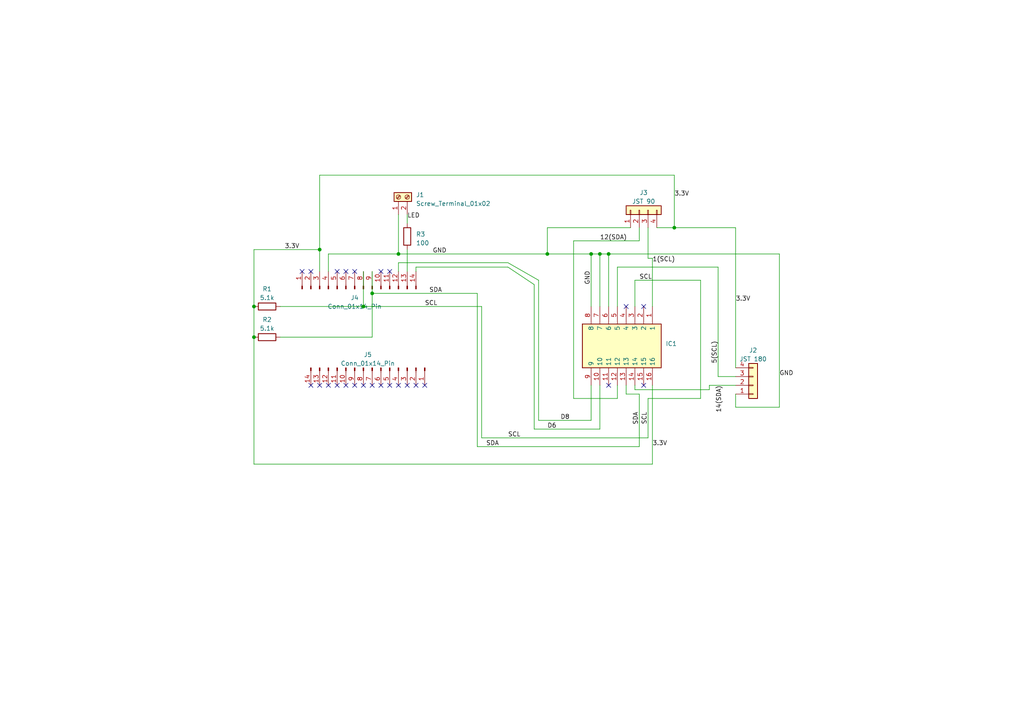
<source format=kicad_sch>
(kicad_sch (version 20230121) (generator eeschema)
  (paper "A4")
  (title_block (title "Turbidity Sensor PCB") (date "2024-02-14") (rev "13") (company "AU/AUD"))
  (lib_symbols
    (symbol "Conn_01x14_Pin_1" (pin_names (offset 1.016) hide)
      (property "Reference" "J2" (at -2.54 0 90))
      (property "Value" "Conn_01x14_Pin" (at -5.08 0 90))
      (symbol "Conn_01x14_Pin_1_1_1"
        (polyline (pts (xy 1.27 -17.78) (xy 0.8636 -17.78)) (stroke (width 0.1524)))
        (polyline (pts (xy 1.27 -15.24) (xy 0.8636 -15.24)) (stroke (width 0.1524)))
        (polyline (pts (xy 1.27 -12.7) (xy 0.8636 -12.7)) (stroke (width 0.1524)))
        (polyline (pts (xy 1.27 -10.16) (xy 0.8636 -10.16)) (stroke (width 0.1524)))
        (polyline (pts (xy 1.27 -7.62) (xy 0.8636 -7.62)) (stroke (width 0.1524)))
        (polyline (pts (xy 1.27 -5.08) (xy 0.8636 -5.08)) (stroke (width 0.1524)))
        (polyline (pts (xy 1.27 -2.54) (xy 0.8636 -2.54)) (stroke (width 0.1524)))
        (polyline (pts (xy 1.27 0) (xy 0.8636 0)) (stroke (width 0.1524)))
        (polyline (pts (xy 1.27 2.54) (xy 0.8636 2.54)) (stroke (width 0.1524)))
        (polyline (pts (xy 1.27 5.08) (xy 0.8636 5.08)) (stroke (width 0.1524)))
        (polyline (pts (xy 1.27 7.62) (xy 0.8636 7.62)) (stroke (width 0.1524)))
        (polyline (pts (xy 1.27 10.16) (xy 0.8636 10.16)) (stroke (width 0.1524)))
        (polyline (pts (xy 1.27 12.7) (xy 0.8636 12.7)) (stroke (width 0.1524)))
        (polyline (pts (xy 1.27 15.24) (xy 0.8636 15.24)) (stroke (width 0.1524)))
        (rectangle (start 0.8636 -17.653) (end 0 -17.907) (stroke (width 0.1524)) (fill (type outline)))
        (rectangle (start 0.8636 -15.113) (end 0 -15.367) (stroke (width 0.1524)) (fill (type outline)))
        (rectangle (start 0.8636 -12.573) (end 0 -12.827) (stroke (width 0.1524)) (fill (type outline)))
        (rectangle (start 0.8636 -10.033) (end 0 -10.287) (stroke (width 0.1524)) (fill (type outline)))
        (rectangle (start 0.8636 -7.493) (end 0 -7.747) (stroke (width 0.1524)) (fill (type outline)))
        (rectangle (start 0.8636 -4.953) (end 0 -5.207) (stroke (width 0.1524)) (fill (type outline)))
        (rectangle (start 0.8636 -2.413) (end 0 -2.667) (stroke (width 0.1524)) (fill (type outline)))
        (rectangle (start 0.8636 0.127) (end 0 -0.127) (stroke (width 0.1524)) (fill (type outline)))
        (rectangle (start 0.8636 2.667) (end 0 2.413) (stroke (width 0.1524)) (fill (type outline)))
        (rectangle (start 0.8636 5.207) (end 0 4.953) (stroke (width 0.1524)) (fill (type outline)))
        (rectangle (start 0.8636 7.747) (end 0 7.493) (stroke (width 0.1524)) (fill (type outline)))
        (rectangle (start 0.8636 10.287) (end 0 10.033) (stroke (width 0.1524)) (fill (type outline)))
        (rectangle (start 0.8636 12.827) (end 0 12.573) (stroke (width 0.1524)) (fill (type outline)))
        (rectangle (start 0.8636 15.367) (end 0 15.113) (stroke (width 0.1524)) (fill (type outline)))
        (pin passive line (at 5.08 15.24 180) (length 3.81) (name "Pin_1") (number "1"))
        (pin passive line (at 5.08 -7.62 180) (length 3.81) (name "Pin_10") (number "10"))
        (pin passive line (at 5.08 -10.16 180) (length 3.81) (name "Pin_11") (number "11"))
        (pin passive line (at 5.08 -12.7 180) (length 3.81) (name "Pin_12") (number "12"))
        (pin passive line (at 5.08 -15.24 180) (length 3.81) (name "Pin_13") (number "13"))
        (pin passive line (at 5.08 -17.78 180) (length 3.81) (name "Pin_14") (number "14"))
        (pin passive line (at 5.08 12.7 180) (length 3.81) (name "Pin_2") (number "2"))
        (pin power_out line (at 5.08 10.16 180) (length 3.81) (name "Pin_3") (number "3"))
        (pin passive line (at 5.08 7.62 180) (length 3.81) (name "Pin_4") (number "4"))
        (pin passive line (at 5.08 5.08 180) (length 3.81) (name "Pin_5") (number "5"))
        (pin passive line (at 5.08 2.54 180) (length 3.81) (name "Pin_6") (number "6"))
        (pin passive line (at 5.08 0 180) (length 3.81) (name "Pin_7") (number "7"))
        (pin passive line (at 5.08 -2.54 180) (length 3.81) (name "Pin_8") (number "8"))
        (pin passive line (at 5.08 -5.08 180) (length 3.81) (name "Pin_9") (number "9"))
      )
    )
    (symbol "Connector:Conn_01x14_Pin" (pin_names (offset 1.016) hide)
      (property "Reference" "J" (at 0 17.78 0))
      (property "Value" "Conn_01x14_Pin" (at 0 -20.32 0))
      (symbol "Conn_01x14_Pin_1_1"
        (polyline (pts (xy 1.27 -17.78) (xy 0.8636 -17.78)) (stroke (width 0.1524)))
        (polyline (pts (xy 1.27 -15.24) (xy 0.8636 -15.24)) (stroke (width 0.1524)))
        (polyline (pts (xy 1.27 -12.7) (xy 0.8636 -12.7)) (stroke (width 0.1524)))
        (polyline (pts (xy 1.27 -10.16) (xy 0.8636 -10.16)) (stroke (width 0.1524)))
        (polyline (pts (xy 1.27 -7.62) (xy 0.8636 -7.62)) (stroke (width 0.1524)))
        (polyline (pts (xy 1.27 -5.08) (xy 0.8636 -5.08)) (stroke (width 0.1524)))
        (polyline (pts (xy 1.27 -2.54) (xy 0.8636 -2.54)) (stroke (width 0.1524)))
        (polyline (pts (xy 1.27 0) (xy 0.8636 0)) (stroke (width 0.1524)))
        (polyline (pts (xy 1.27 2.54) (xy 0.8636 2.54)) (stroke (width 0.1524)))
        (polyline (pts (xy 1.27 5.08) (xy 0.8636 5.08)) (stroke (width 0.1524)))
        (polyline (pts (xy 1.27 7.62) (xy 0.8636 7.62)) (stroke (width 0.1524)))
        (polyline (pts (xy 1.27 10.16) (xy 0.8636 10.16)) (stroke (width 0.1524)))
        (polyline (pts (xy 1.27 12.7) (xy 0.8636 12.7)) (stroke (width 0.1524)))
        (polyline (pts (xy 1.27 15.24) (xy 0.8636 15.24)) (stroke (width 0.1524)))
        (rectangle (start 0.8636 -17.653) (end 0 -17.907) (stroke (width 0.1524)) (fill (type outline)))
        (rectangle (start 0.8636 -15.113) (end 0 -15.367) (stroke (width 0.1524)) (fill (type outline)))
        (rectangle (start 0.8636 -12.573) (end 0 -12.827) (stroke (width 0.1524)) (fill (type outline)))
        (rectangle (start 0.8636 -10.033) (end 0 -10.287) (stroke (width 0.1524)) (fill (type outline)))
        (rectangle (start 0.8636 -7.493) (end 0 -7.747) (stroke (width 0.1524)) (fill (type outline)))
        (rectangle (start 0.8636 -4.953) (end 0 -5.207) (stroke (width 0.1524)) (fill (type outline)))
        (rectangle (start 0.8636 -2.413) (end 0 -2.667) (stroke (width 0.1524)) (fill (type outline)))
        (rectangle (start 0.8636 0.127) (end 0 -0.127) (stroke (width 0.1524)) (fill (type outline)))
        (rectangle (start 0.8636 2.667) (end 0 2.413) (stroke (width 0.1524)) (fill (type outline)))
        (rectangle (start 0.8636 5.207) (end 0 4.953) (stroke (width 0.1524)) (fill (type outline)))
        (rectangle (start 0.8636 7.747) (end 0 7.493) (stroke (width 0.1524)) (fill (type outline)))
        (rectangle (start 0.8636 10.287) (end 0 10.033) (stroke (width 0.1524)) (fill (type outline)))
        (rectangle (start 0.8636 12.827) (end 0 12.573) (stroke (width 0.1524)) (fill (type outline)))
        (rectangle (start 0.8636 15.367) (end 0 15.113) (stroke (width 0.1524)) (fill (type outline)))
        (pin passive line (at 5.08 15.24 180) (length 3.81) (name "Pin_1") (number "1"))
        (pin passive line (at 5.08 -7.62 180) (length 3.81) (name "Pin_10") (number "10"))
        (pin passive line (at 5.08 -10.16 180) (length 3.81) (name "Pin_11") (number "11"))
        (pin passive line (at 5.08 -12.7 180) (length 3.81) (name "Pin_12") (number "12"))
        (pin passive line (at 5.08 -15.24 180) (length 3.81) (name "Pin_13") (number "13"))
        (pin passive line (at 5.08 -17.78 180) (length 3.81) (name "Pin_14") (number "14"))
        (pin passive line (at 5.08 12.7 180) (length 3.81) (name "Pin_2") (number "2"))
        (pin passive line (at 5.08 10.16 180) (length 3.81) (name "Pin_3") (number "3"))
        (pin passive line (at 5.08 7.62 180) (length 3.81) (name "Pin_4") (number "4"))
        (pin passive line (at 5.08 5.08 180) (length 3.81) (name "Pin_5") (number "5"))
        (pin passive line (at 5.08 2.54 180) (length 3.81) (name "Pin_6") (number "6"))
        (pin passive line (at 5.08 0 180) (length 3.81) (name "Pin_7") (number "7"))
        (pin passive line (at 5.08 -2.54 180) (length 3.81) (name "Pin_8") (number "8"))
        (pin passive line (at 5.08 -5.08 180) (length 3.81) (name "Pin_9") (number "9"))
      )
    )
    (symbol "Connector:Screw_Terminal_01x02" (pin_names (offset 1.016) hide)
      (property "Reference" "J" (at 0 2.54 0))
      (property "Value" "Screw_Terminal_01x02" (at 0 -5.08 0))
      (symbol "Screw_Terminal_01x02_1_1"
        (rectangle (start -1.27 1.27) (end 1.27 -3.81) (stroke (width 0.254)) (fill (type background)))
        (circle (center 0 -2.54) (radius 0.635) (stroke (width 0.1524)))
        (polyline (pts (xy -0.5334 -2.2098) (xy 0.3302 -3.048)) (stroke (width 0.1524)))
        (polyline (pts (xy -0.5334 0.3302) (xy 0.3302 -0.508)) (stroke (width 0.1524)))
        (polyline (pts (xy -0.3556 -2.032) (xy 0.508 -2.8702)) (stroke (width 0.1524)))
        (polyline (pts (xy -0.3556 0.508) (xy 0.508 -0.3302)) (stroke (width 0.1524)))
        (circle (center 0 0) (radius 0.635) (stroke (width 0.1524)))
        (pin passive line (at -5.08 0 0) (length 3.81) (name "Pin_1") (number "1"))
        (pin passive line (at -5.08 -2.54 0) (length 3.81) (name "Pin_2") (number "2"))
      )
    )
    (symbol "Connector_Generic:Conn_01x04" (pin_names (offset 1.016) hide)
      (property "Reference" "J" (at 0 5.08 0))
      (property "Value" "Conn_01x04" (at 0 -7.62 0))
      (symbol "Conn_01x04_1_1"
        (rectangle (start -1.27 -4.953) (end 0 -5.207) (stroke (width 0.1524)))
        (rectangle (start -1.27 -2.413) (end 0 -2.667) (stroke (width 0.1524)))
        (rectangle (start -1.27 0.127) (end 0 -0.127) (stroke (width 0.1524)))
        (rectangle (start -1.27 2.667) (end 0 2.413) (stroke (width 0.1524)))
        (rectangle (start -1.27 3.81) (end 1.27 -6.35) (stroke (width 0.254)) (fill (type background)))
        (pin passive line (at -5.08 2.54 0) (length 3.81) (name "Pin_1") (number "1"))
        (pin passive line (at -5.08 0 0) (length 3.81) (name "Pin_2") (number "2"))
        (pin passive line (at -5.08 -2.54 0) (length 3.81) (name "Pin_3") (number "3"))
        (pin passive line (at -5.08 -5.08 0) (length 3.81) (name "Pin_4") (number "4"))
      )
    )
    (symbol "Device:R" (pin_numbers hide) (pin_names (offset 0))
      (property "Reference" "R" (at 2.032 0 90))
      (property "Value" "R" (at 0 0 90))
      (symbol "R_0_1"
        (rectangle (start -1.016 -2.54) (end 1.016 2.54) (stroke (width 0.254)))
      )
      (symbol "R_1_1"
        (pin passive line (at 0 3.81 270) (length 1.27) (name "~") (number "1"))
        (pin passive line (at 0 -3.81 90) (length 1.27) (name "~") (number "2"))
      )
    )
    (symbol "ProjectSymbols:1-2199298-4"
      (property "Reference" "IC" (at 19.05 7.62 0))
      (property "Value" "1-2199298-4" (at 19.05 5.08 0))
      (symbol "1-2199298-4_1_1"
        (rectangle (start 5.08 2.54) (end 17.78 -20.32) (stroke (width 0.254)) (fill (type background)))
        (pin passive line (at 0 0 0) (length 5.08) (name "1") (number "1"))
        (pin passive line (at 22.86 -15.24 180) (length 5.08) (name "10") (number "10"))
        (pin passive line (at 22.86 -12.7 180) (length 5.08) (name "11") (number "11"))
        (pin passive line (at 22.86 -10.16 180) (length 5.08) (name "12") (number "12"))
        (pin passive line (at 22.86 -7.62 180) (length 5.08) (name "13") (number "13"))
        (pin passive line (at 22.86 -5.08 180) (length 5.08) (name "14") (number "14"))
        (pin passive line (at 22.86 -2.54 180) (length 5.08) (name "15") (number "15"))
        (pin passive line (at 22.86 0 180) (length 5.08) (name "16") (number "16"))
        (pin passive line (at 0 -2.54 0) (length 5.08) (name "2") (number "2"))
        (pin passive line (at 0 -5.08 0) (length 5.08) (name "3") (number "3"))
        (pin passive line (at 0 -7.62 0) (length 5.08) (name "4") (number "4"))
        (pin passive line (at 0 -10.16 0) (length 5.08) (name "5") (number "5"))
        (pin passive line (at 0 -12.7 0) (length 5.08) (name "6") (number "6"))
        (pin passive line (at 0 -15.24 0) (length 5.08) (name "7") (number "7"))
        (pin passive line (at 0 -17.78 0) (length 5.08) (name "8") (number "8"))
        (pin passive line (at 22.86 -17.78 180) (length 5.08) (name "9") (number "9"))
      )
    )
  )
  (junction (at 73.66 97.79))
  (junction (at 105.41 88.9))
  (junction (at 73.66 88.9))
  (junction (at 158.75 73.66))
  (junction (at 176.53 73.66))
  (junction (at 92.71 72.39))
  (junction (at 195.58 66.04))
  (junction (at 107.95 85.09))
  (junction (at 115.57 73.66))
  (junction (at 173.99 73.66))
  (junction (at 171.45 73.66))
  (no_connect (at 118.11 111.76))
  (no_connect (at 90.17 78.74))
  (no_connect (at 92.71 111.76))
  (no_connect (at 105.41 111.76))
  (no_connect (at 181.61 88.9))
  (no_connect (at 113.03 78.74))
  (no_connect (at 97.79 78.74))
  (no_connect (at 113.03 111.76))
  (no_connect (at 186.69 111.76))
  (no_connect (at 110.49 111.76))
  (no_connect (at 90.17 111.76))
  (no_connect (at 95.25 111.76))
  (no_connect (at 102.87 78.74))
  (no_connect (at 97.79 111.76))
  (no_connect (at 186.69 88.9))
  (no_connect (at 100.33 111.76))
  (no_connect (at 120.65 111.76))
  (no_connect (at 87.63 78.74))
  (no_connect (at 176.53 111.76))
  (no_connect (at 100.33 78.74))
  (no_connect (at 115.57 111.76))
  (no_connect (at 110.49 78.74))
  (no_connect (at 107.95 111.76))
  (no_connect (at 123.19 111.76))
  (no_connect (at 102.87 111.76))
  (wire (pts (xy 171.45 73.66) (xy 173.99 73.66)))
  (wire (pts (xy 184.15 88.9) (xy 184.15 81.28)))
  (wire (pts (xy 115.57 62.23) (xy 115.57 73.66)))
  (wire (pts (xy 213.36 118.11) (xy 226.06 118.11)))
  (wire (pts (xy 184.15 81.28) (xy 203.2 81.28)))
  (wire (pts (xy 187.96 74.93) (xy 189.23 74.93)))
  (wire (pts (xy 179.07 77.47) (xy 208.28 77.47)))
  (wire (pts (xy 226.06 73.66) (xy 176.53 73.66)))
  (wire (pts (xy 156.21 121.92) (xy 171.45 121.92)))
  (wire (pts (xy 173.99 111.76) (xy 173.99 124.46)))
  (wire (pts (xy 187.96 115.57) (xy 187.96 127)))
  (wire (pts (xy 173.99 73.66) (xy 173.99 88.9)))
  (wire (pts (xy 181.61 114.3) (xy 185.42 114.3)))
  (wire (pts (xy 73.66 97.79) (xy 73.66 134.62)))
  (wire (pts (xy 208.28 109.22) (xy 213.36 109.22)))
  (wire (pts (xy 154.94 124.46) (xy 173.99 124.46)))
  (wire (pts (xy 73.66 88.9) (xy 73.66 97.79)))
  (wire (pts (xy 171.45 121.92) (xy 171.45 111.76)))
  (wire (pts (xy 184.15 111.76) (xy 184.15 113.03)))
  (wire (pts (xy 92.71 78.74) (xy 92.71 72.39)))
  (wire (pts (xy 195.58 50.8) (xy 195.58 66.04)))
  (wire (pts (xy 182.88 66.04) (xy 158.75 66.04)))
  (wire (pts (xy 81.28 97.79) (xy 107.95 97.79)))
  (wire (pts (xy 171.45 73.66) (xy 171.45 88.9)))
  (wire (pts (xy 73.66 134.62) (xy 189.23 134.62)))
  (wire (pts (xy 73.66 72.39) (xy 92.71 72.39)))
  (wire (pts (xy 179.07 88.9) (xy 179.07 77.47)))
  (wire (pts (xy 203.2 81.28) (xy 203.2 115.57)))
  (wire (pts (xy 115.57 76.2) (xy 115.57 78.74)))
  (wire (pts (xy 154.94 124.46) (xy 154.94 82.55)))
  (wire (pts (xy 195.58 66.04) (xy 213.36 66.04)))
  (wire (pts (xy 139.7 127) (xy 187.96 127)))
  (wire (pts (xy 189.23 74.93) (xy 189.23 88.9)))
  (wire (pts (xy 213.36 114.3) (xy 213.36 118.11)))
  (wire (pts (xy 208.28 77.47) (xy 208.28 109.22)))
  (wire (pts (xy 115.57 73.66) (xy 158.75 73.66)))
  (wire (pts (xy 158.75 66.04) (xy 158.75 73.66)))
  (wire (pts (xy 118.11 78.74) (xy 118.11 72.39)))
  (wire (pts (xy 154.94 82.55) (xy 147.32 77.47)))
  (wire (pts (xy 189.23 111.76) (xy 189.23 134.62)))
  (wire (pts (xy 187.96 66.04) (xy 187.96 74.93)))
  (wire (pts (xy 105.41 88.9) (xy 139.7 88.9)))
  (wire (pts (xy 95.25 73.66) (xy 115.57 73.66)))
  (wire (pts (xy 92.71 50.8) (xy 195.58 50.8)))
  (wire (pts (xy 156.21 121.92) (xy 156.21 81.28)))
  (wire (pts (xy 185.42 66.04) (xy 185.42 69.85)))
  (wire (pts (xy 118.11 64.77) (xy 118.11 62.23)))
  (wire (pts (xy 138.43 129.54) (xy 185.42 129.54)))
  (wire (pts (xy 205.74 111.76) (xy 213.36 111.76)))
  (wire (pts (xy 195.58 66.04) (xy 190.5 66.04)))
  (wire (pts (xy 205.74 113.03) (xy 205.74 111.76)))
  (wire (pts (xy 95.25 78.74) (xy 95.25 73.66)))
  (wire (pts (xy 139.7 127) (xy 139.7 88.9)))
  (wire (pts (xy 213.36 106.68) (xy 213.36 66.04)))
  (wire (pts (xy 166.37 115.57) (xy 166.37 69.85)))
  (wire (pts (xy 107.95 85.09) (xy 107.95 78.74)))
  (wire (pts (xy 185.42 69.85) (xy 166.37 69.85)))
  (wire (pts (xy 181.61 111.76) (xy 181.61 114.3)))
  (wire (pts (xy 156.21 81.28) (xy 147.32 76.2)))
  (wire (pts (xy 179.07 111.76) (xy 179.07 115.57)))
  (wire (pts (xy 138.43 129.54) (xy 138.43 85.09)))
  (wire (pts (xy 73.66 72.39) (xy 73.66 88.9)))
  (wire (pts (xy 203.2 115.57) (xy 187.96 115.57)))
  (wire (pts (xy 184.15 113.03) (xy 205.74 113.03)))
  (wire (pts (xy 173.99 73.66) (xy 176.53 73.66)))
  (wire (pts (xy 226.06 118.11) (xy 226.06 73.66)))
  (wire (pts (xy 179.07 115.57) (xy 166.37 115.57)))
  (wire (pts (xy 107.95 97.79) (xy 107.95 85.09)))
  (wire (pts (xy 92.71 50.8) (xy 92.71 72.39)))
  (wire (pts (xy 185.42 114.3) (xy 185.42 129.54)))
  (wire (pts (xy 176.53 88.9) (xy 176.53 73.66)))
  (wire (pts (xy 158.75 73.66) (xy 171.45 73.66)))
  (wire (pts (xy 105.41 78.74) (xy 105.41 88.9)))
  (wire (pts (xy 115.57 76.2) (xy 147.32 76.2)))
  (wire (pts (xy 138.43 85.09) (xy 107.95 85.09)))
  (wire (pts (xy 120.65 77.47) (xy 120.65 78.74)))
  (wire (pts (xy 81.28 88.9) (xy 105.41 88.9)))
  (wire (pts (xy 147.32 77.47) (xy 120.65 77.47)))
  (label "SDA" (at 140.97 129.54 0))
  (label "SCL" (at 187.96 119.38 270))
  (label "14(SDA)" (at 209.55 111.76 270))
  (label "3.3V" (at 82.55 72.39 0))
  (label "12(SDA)" (at 173.99 69.85 0))
  (label "GND" (at 226.06 109.22 0))
  (label "1(SCL)" (at 189.23 76.2 0))
  (label "D8" (at 162.56 121.92 0))
  (label "D6" (at 158.75 124.46 0))
  (label "GND" (at 129.54 73.66 180))
  (label "3.3V" (at 213.36 87.63 0))
  (label "SDA" (at 185.42 119.38 270))
  (label "5(SCL)" (at 208.28 105.41 90))
  (label "SCL" (at 147.32 127 0))
  (label "3.3V" (at 189.23 129.54 0))
  (label "SCL" (at 123.19 88.9 0))
  (label "GND" (at 171.45 82.55 90))
  (label "3.3V" (at 195.58 57.15 0))
  (label "SDA" (at 124.46 85.09 0))
  (label "LED" (at 118.11 63.5 0))
  (label "SCL" (at 185.42 81.28 0))
  (symbol (lib_id "Device:R") (at 118.11 68.58 180) (unit 1)
    (property "Reference" "R3" (at 120.65 67.945 0) (effects (justify right)))
    (property "Value" "100" (at 120.65 70.485 0) (effects (justify right)))
    (property "Footprint" "Resistor_SMD:R_0805_2012Metric" (effects hide))
  )
  (symbol (lib_id "Connector:Screw_Terminal_01x02") (at 115.57 57.15 90) (unit 1)
    (property "Reference" "J1" (at 120.65 56.515 90) (effects (justify right)))
    (property "Value" "Screw_Terminal_01x02" (at 120.65 59.055 90) (effects (justify right)))
    (property "Footprint" "TerminalBlock_TE-Connectivity:TerminalBlock_TE_282834-2_1x02_P2.54mm_Horizontal" (effects hide))
  )
  (symbol (lib_id "Device:R") (at 77.47 88.9 270) (mirror x) (unit 1)
    (property "Reference" "R1" (at 77.47 83.82 90))
    (property "Value" "5.1k" (at 77.47 86.36 90))
    (property "Footprint" "Resistor_SMD:R_0805_2012Metric" (effects hide))
  )
  (symbol (lib_name "Conn_01x14_Pin_1") (lib_id "Connector:Conn_01x14_Pin") (at 102.87 83.82 90) (unit 1)
    (property "Reference" "J4" (at 102.87 86.36 90))
    (property "Value" "Conn_01x14_Pin" (at 102.87 88.9 90))
    (property "Footprint" "Connector_PinSocket_2.54mm:PinSocket_1x14_P2.54mm_Vertical" (effects hide))
  )
  (symbol (lib_id "ProjectSymbols:1-2199298-4") (at 189.23 88.9 270) (unit 1)
    (property "Reference" "IC1" (at 193.04 99.695 90) (effects (justify left)))
    (property "Value" "1-2199298-4" (effects hide))
    (property "Footprint" "Project:DIPS762W70P254L2032H510Q16N" (effects hide))
    (property "Datasheet" "https://www.te.com/commerce/DocumentDelivery/DDEController?Action=showdoc&DocId=Customer+Drawing%7F2199298%7FA%7Fpdf%7FEnglish%7FENG_CD_2199298_A_baseFilename.pdf%7F1-2199298-4" (effects hide))
    (property "Height" "5.1" (effects hide))
    (property "Mouser Part Number" "571-1-2199298-4" (effects hide))
    (property "Mouser Price/Stock" "https://www.mouser.co.uk/ProductDetail/TE-Connectivity/1-2199298-4?qs=fK8dlpkaUMvpL10rY9Abiw%3D%3D" (effects hide))
    (property "Manufacturer_Name" "TE Connectivity" (effects hide))
    (property "Manufacturer_Part_Number" "1-2199298-4" (effects hide))
  )
  (symbol (lib_id "Device:R") (at 77.47 97.79 90) (unit 1)
    (property "Reference" "R2" (at 77.47 92.71 90))
    (property "Value" "5.1k" (at 77.47 95.25 90))
    (property "Footprint" "Resistor_SMD:R_0805_2012Metric" (effects hide))
  )
  (symbol (lib_id "Connector_Generic:Conn_01x04") (at 218.44 111.76 0) (mirror x) (unit 1)
    (property "Reference" "J2" (at 218.44 101.6 0))
    (property "Value" "JST 180" (at 218.44 104.14 0))
    (property "Footprint" "Connector_JST:JST_PH_S4B-PH-K_1x04_P2.00mm_Horizontal" (effects hide))
  )
  (symbol (lib_id "Connector:Conn_01x14_Pin") (at 107.95 106.68 270) (unit 1)
    (property "Reference" "J5" (at 106.68 102.87 90))
    (property "Value" "Conn_01x14_Pin" (at 106.68 105.41 90))
    (property "Footprint" "Connector_PinSocket_2.54mm:PinSocket_1x14_P2.54mm_Vertical" (effects hide))
  )
  (symbol (lib_id "Connector_Generic:Conn_01x04") (at 185.42 60.96 90) (unit 1)
    (property "Reference" "J3" (at 186.69 55.88 90))
    (property "Value" "JST 90" (at 186.69 58.42 90))
    (property "Footprint" "Connector_JST:JST_PH_S4B-PH-K_1x04_P2.00mm_Horizontal" (effects hide))
  )
)
</source>
